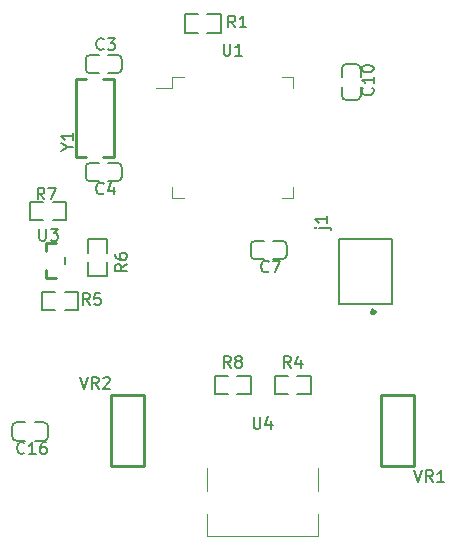
<source format=gbr>
%TF.GenerationSoftware,KiCad,Pcbnew,(5.1.8)-1*%
%TF.CreationDate,2021-05-15T14:33:14+08:00*%
%TF.ProjectId,ccd_with_stm32,6363645f-7769-4746-985f-73746d33322e,rev?*%
%TF.SameCoordinates,Original*%
%TF.FileFunction,Legend,Top*%
%TF.FilePolarity,Positive*%
%FSLAX46Y46*%
G04 Gerber Fmt 4.6, Leading zero omitted, Abs format (unit mm)*
G04 Created by KiCad (PCBNEW (5.1.8)-1) date 2021-05-15 14:33:14*
%MOMM*%
%LPD*%
G01*
G04 APERTURE LIST*
%ADD10C,0.120000*%
%ADD11C,0.254000*%
%ADD12C,0.200000*%
%ADD13C,0.300000*%
%ADD14C,0.150000*%
G04 APERTURE END LIST*
D10*
%TO.C,U1*%
X108300000Y-120045000D02*
X109250000Y-120045000D01*
X109250000Y-120045000D02*
X109250000Y-119095000D01*
X99980000Y-120045000D02*
X99030000Y-120045000D01*
X99030000Y-120045000D02*
X99030000Y-119095000D01*
X108300000Y-109825000D02*
X109250000Y-109825000D01*
X109250000Y-109825000D02*
X109250000Y-110775000D01*
X99980000Y-109825000D02*
X99030000Y-109825000D01*
X99030000Y-109825000D02*
X99030000Y-110775000D01*
X99030000Y-110775000D02*
X97690000Y-110775000D01*
D11*
%TO.C,Y1*%
X94056000Y-116609000D02*
X94056000Y-109959000D01*
X94056000Y-109959000D02*
X93156000Y-109959000D01*
X94056000Y-116609000D02*
X93156000Y-116609000D01*
X91756000Y-109959000D02*
X90856000Y-109959000D01*
X91756000Y-116609000D02*
X90856000Y-116609000D01*
X90856000Y-116609000D02*
X90856000Y-109959000D01*
%TO.C,VR2*%
X93850000Y-136700000D02*
X96650000Y-136700000D01*
X93850000Y-142700000D02*
X93850000Y-136700000D01*
X93850000Y-142700000D02*
X96650000Y-142700000D01*
X96650000Y-142700000D02*
X96650000Y-136700000D01*
%TO.C,VR1*%
X119510000Y-142700000D02*
X116710000Y-142700000D01*
X119510000Y-136700000D02*
X119510000Y-142700000D01*
X119510000Y-136700000D02*
X116710000Y-136700000D01*
X116710000Y-136700000D02*
X116710000Y-142700000D01*
D10*
%TO.C,U4*%
X101980000Y-146780000D02*
X101980000Y-148680000D01*
X101980000Y-142880000D02*
X101980000Y-144880000D01*
X111380000Y-146780000D02*
X111380000Y-148680000D01*
X111380000Y-142880000D02*
X111380000Y-144880000D01*
X101980000Y-148680000D02*
X111380000Y-148680000D01*
D11*
%TO.C,U3*%
X88377000Y-124549000D02*
X88377000Y-123889000D01*
X88377000Y-124549000D02*
X88377000Y-123889000D01*
X88377000Y-124549000D02*
X88377000Y-123889000D01*
X88377000Y-123889000D02*
X89192000Y-123889000D01*
X88377000Y-126809000D02*
X89192000Y-126809000D01*
X88377000Y-126809000D02*
X88377000Y-126149000D01*
D12*
X89927000Y-125649000D02*
X89927000Y-125049000D01*
%TO.C,R8*%
X103740000Y-135100000D02*
X102605000Y-135100000D01*
X105675000Y-135100000D02*
X104540000Y-135100000D01*
X103740000Y-136680000D02*
X102605000Y-136680000D01*
X105675000Y-135100000D02*
X105675000Y-136680000D01*
X102605000Y-135100000D02*
X102605000Y-136680000D01*
X105675000Y-136680000D02*
X104540000Y-136680000D01*
%TO.C,R7*%
X88919000Y-121948000D02*
X90054000Y-121948000D01*
X86984000Y-121948000D02*
X88119000Y-121948000D01*
X88919000Y-120368000D02*
X90054000Y-120368000D01*
X86984000Y-121948000D02*
X86984000Y-120368000D01*
X90054000Y-121948000D02*
X90054000Y-120368000D01*
X86984000Y-120368000D02*
X88119000Y-120368000D01*
%TO.C,R6*%
X93500000Y-124695000D02*
X93500000Y-123560000D01*
X93500000Y-126630000D02*
X93500000Y-125495000D01*
X91920000Y-124695000D02*
X91920000Y-123560000D01*
X93500000Y-126630000D02*
X91920000Y-126630000D01*
X93500000Y-123560000D02*
X91920000Y-123560000D01*
X91920000Y-126630000D02*
X91920000Y-125495000D01*
%TO.C,R5*%
X89935000Y-129568000D02*
X91070000Y-129568000D01*
X88000000Y-129568000D02*
X89135000Y-129568000D01*
X89935000Y-127988000D02*
X91070000Y-127988000D01*
X88000000Y-129568000D02*
X88000000Y-127988000D01*
X91070000Y-129568000D02*
X91070000Y-127988000D01*
X88000000Y-127988000D02*
X89135000Y-127988000D01*
%TO.C,R4*%
X108820000Y-135100000D02*
X107685000Y-135100000D01*
X110755000Y-135100000D02*
X109620000Y-135100000D01*
X108820000Y-136680000D02*
X107685000Y-136680000D01*
X110755000Y-135100000D02*
X110755000Y-136680000D01*
X107685000Y-135100000D02*
X107685000Y-136680000D01*
X110755000Y-136680000D02*
X109620000Y-136680000D01*
%TO.C,R1*%
X102000000Y-106073000D02*
X103135000Y-106073000D01*
X100065000Y-106073000D02*
X101200000Y-106073000D01*
X102000000Y-104493000D02*
X103135000Y-104493000D01*
X100065000Y-106073000D02*
X100065000Y-104493000D01*
X103135000Y-106073000D02*
X103135000Y-104493000D01*
X100065000Y-104493000D02*
X101200000Y-104493000D01*
%TO.C,j1*%
X113177320Y-128920240D02*
X113177320Y-123543060D01*
D13*
X116179740Y-129692400D02*
G75*
G03*
X116179740Y-129692400I-150000J0D01*
G01*
D12*
X117627400Y-128981200D02*
X117627400Y-123604020D01*
X117627400Y-128981200D02*
X113164620Y-128981200D01*
X117640100Y-123543060D02*
X113177320Y-123543060D01*
%TO.C,C16*%
X85860000Y-140617000D02*
G75*
G02*
X85460000Y-140217000I0J400000D01*
G01*
X85460000Y-139437000D02*
G75*
G02*
X85860000Y-139037000I400000J0D01*
G01*
X88130000Y-139037000D02*
G75*
G02*
X88530000Y-139437000I0J-400000D01*
G01*
X88530000Y-140217000D02*
G75*
G02*
X88130000Y-140617000I-400000J0D01*
G01*
X88130000Y-139037000D02*
X87395000Y-139037000D01*
X86595000Y-139037000D02*
X85860000Y-139037000D01*
X86595000Y-140617000D02*
X85860000Y-140617000D01*
X88530000Y-139437000D02*
X88530000Y-140217000D01*
X85460000Y-139437000D02*
X85460000Y-140217000D01*
X88130000Y-140617000D02*
X87395000Y-140617000D01*
%TO.C,C10*%
X114963000Y-111371000D02*
G75*
G02*
X114563000Y-111771000I-400000J0D01*
G01*
X113783000Y-111771000D02*
G75*
G02*
X113383000Y-111371000I0J400000D01*
G01*
X113383000Y-109101000D02*
G75*
G02*
X113783000Y-108701000I400000J0D01*
G01*
X114563000Y-108701000D02*
G75*
G02*
X114963000Y-109101000I0J-400000D01*
G01*
X113383000Y-109101000D02*
X113383000Y-109836000D01*
X113383000Y-110636000D02*
X113383000Y-111371000D01*
X114963000Y-110636000D02*
X114963000Y-111371000D01*
X113783000Y-108701000D02*
X114563000Y-108701000D01*
X113783000Y-111771000D02*
X114563000Y-111771000D01*
X114963000Y-109101000D02*
X114963000Y-109836000D01*
%TO.C,C7*%
X106053000Y-125250000D02*
G75*
G02*
X105653000Y-124850000I0J400000D01*
G01*
X105653000Y-124070000D02*
G75*
G02*
X106053000Y-123670000I400000J0D01*
G01*
X108323000Y-123670000D02*
G75*
G02*
X108723000Y-124070000I0J-400000D01*
G01*
X108723000Y-124850000D02*
G75*
G02*
X108323000Y-125250000I-400000J0D01*
G01*
X108323000Y-123670000D02*
X107588000Y-123670000D01*
X106788000Y-123670000D02*
X106053000Y-123670000D01*
X106788000Y-125250000D02*
X106053000Y-125250000D01*
X108723000Y-124070000D02*
X108723000Y-124850000D01*
X105653000Y-124070000D02*
X105653000Y-124850000D01*
X108323000Y-125250000D02*
X107588000Y-125250000D01*
%TO.C,C4*%
X92083000Y-118646000D02*
G75*
G02*
X91683000Y-118246000I0J400000D01*
G01*
X91683000Y-117466000D02*
G75*
G02*
X92083000Y-117066000I400000J0D01*
G01*
X94353000Y-117066000D02*
G75*
G02*
X94753000Y-117466000I0J-400000D01*
G01*
X94753000Y-118246000D02*
G75*
G02*
X94353000Y-118646000I-400000J0D01*
G01*
X94353000Y-117066000D02*
X93618000Y-117066000D01*
X92818000Y-117066000D02*
X92083000Y-117066000D01*
X92818000Y-118646000D02*
X92083000Y-118646000D01*
X94753000Y-117466000D02*
X94753000Y-118246000D01*
X91683000Y-117466000D02*
X91683000Y-118246000D01*
X94353000Y-118646000D02*
X93618000Y-118646000D01*
%TO.C,C3*%
X92083000Y-109502000D02*
G75*
G02*
X91683000Y-109102000I0J400000D01*
G01*
X91683000Y-108322000D02*
G75*
G02*
X92083000Y-107922000I400000J0D01*
G01*
X94353000Y-107922000D02*
G75*
G02*
X94753000Y-108322000I0J-400000D01*
G01*
X94753000Y-109102000D02*
G75*
G02*
X94353000Y-109502000I-400000J0D01*
G01*
X94353000Y-107922000D02*
X93618000Y-107922000D01*
X92818000Y-107922000D02*
X92083000Y-107922000D01*
X92818000Y-109502000D02*
X92083000Y-109502000D01*
X94753000Y-108322000D02*
X94753000Y-109102000D01*
X91683000Y-108322000D02*
X91683000Y-109102000D01*
X94353000Y-109502000D02*
X93618000Y-109502000D01*
%TO.C,U1*%
D14*
X103378095Y-106987380D02*
X103378095Y-107796904D01*
X103425714Y-107892142D01*
X103473333Y-107939761D01*
X103568571Y-107987380D01*
X103759047Y-107987380D01*
X103854285Y-107939761D01*
X103901904Y-107892142D01*
X103949523Y-107796904D01*
X103949523Y-106987380D01*
X104949523Y-107987380D02*
X104378095Y-107987380D01*
X104663809Y-107987380D02*
X104663809Y-106987380D01*
X104568571Y-107130238D01*
X104473333Y-107225476D01*
X104378095Y-107273095D01*
%TO.C,Y1*%
X90155914Y-115735809D02*
X90632104Y-115735809D01*
X89632104Y-116069142D02*
X90155914Y-115735809D01*
X89632104Y-115402476D01*
X90632104Y-114545333D02*
X90632104Y-115116761D01*
X90632104Y-114831047D02*
X89632104Y-114831047D01*
X89774962Y-114926285D01*
X89870200Y-115021523D01*
X89917819Y-115116761D01*
%TO.C,VR2*%
X91215257Y-135203104D02*
X91548590Y-136203104D01*
X91881923Y-135203104D01*
X92786685Y-136203104D02*
X92453352Y-135726914D01*
X92215257Y-136203104D02*
X92215257Y-135203104D01*
X92596209Y-135203104D01*
X92691447Y-135250724D01*
X92739066Y-135298343D01*
X92786685Y-135393581D01*
X92786685Y-135536438D01*
X92739066Y-135631676D01*
X92691447Y-135679295D01*
X92596209Y-135726914D01*
X92215257Y-135726914D01*
X93167638Y-135298343D02*
X93215257Y-135250724D01*
X93310495Y-135203104D01*
X93548590Y-135203104D01*
X93643828Y-135250724D01*
X93691447Y-135298343D01*
X93739066Y-135393581D01*
X93739066Y-135488819D01*
X93691447Y-135631676D01*
X93120019Y-136203104D01*
X93739066Y-136203104D01*
%TO.C,VR1*%
X119525695Y-143101656D02*
X119859028Y-144101656D01*
X120192361Y-143101656D01*
X121097123Y-144101656D02*
X120763790Y-143625466D01*
X120525695Y-144101656D02*
X120525695Y-143101656D01*
X120906647Y-143101656D01*
X121001885Y-143149276D01*
X121049504Y-143196895D01*
X121097123Y-143292133D01*
X121097123Y-143434990D01*
X121049504Y-143530228D01*
X121001885Y-143577847D01*
X120906647Y-143625466D01*
X120525695Y-143625466D01*
X122049504Y-144101656D02*
X121478076Y-144101656D01*
X121763790Y-144101656D02*
X121763790Y-143101656D01*
X121668552Y-143244514D01*
X121573314Y-143339752D01*
X121478076Y-143387371D01*
%TO.C,U4*%
X105918095Y-138587380D02*
X105918095Y-139396904D01*
X105965714Y-139492142D01*
X106013333Y-139539761D01*
X106108571Y-139587380D01*
X106299047Y-139587380D01*
X106394285Y-139539761D01*
X106441904Y-139492142D01*
X106489523Y-139396904D01*
X106489523Y-138587380D01*
X107394285Y-138920714D02*
X107394285Y-139587380D01*
X107156190Y-138539761D02*
X106918095Y-139254047D01*
X107537142Y-139254047D01*
%TO.C,U3*%
X87764876Y-122665104D02*
X87764876Y-123474628D01*
X87812495Y-123569866D01*
X87860114Y-123617485D01*
X87955352Y-123665104D01*
X88145828Y-123665104D01*
X88241066Y-123617485D01*
X88288685Y-123569866D01*
X88336304Y-123474628D01*
X88336304Y-122665104D01*
X88717257Y-122665104D02*
X89336304Y-122665104D01*
X89002971Y-123046057D01*
X89145828Y-123046057D01*
X89241066Y-123093676D01*
X89288685Y-123141295D01*
X89336304Y-123236533D01*
X89336304Y-123474628D01*
X89288685Y-123569866D01*
X89241066Y-123617485D01*
X89145828Y-123665104D01*
X88860114Y-123665104D01*
X88764876Y-123617485D01*
X88717257Y-123569866D01*
%TO.C,R8*%
X103973333Y-134437380D02*
X103640000Y-133961190D01*
X103401904Y-134437380D02*
X103401904Y-133437380D01*
X103782857Y-133437380D01*
X103878095Y-133485000D01*
X103925714Y-133532619D01*
X103973333Y-133627857D01*
X103973333Y-133770714D01*
X103925714Y-133865952D01*
X103878095Y-133913571D01*
X103782857Y-133961190D01*
X103401904Y-133961190D01*
X104544761Y-133865952D02*
X104449523Y-133818333D01*
X104401904Y-133770714D01*
X104354285Y-133675476D01*
X104354285Y-133627857D01*
X104401904Y-133532619D01*
X104449523Y-133485000D01*
X104544761Y-133437380D01*
X104735238Y-133437380D01*
X104830476Y-133485000D01*
X104878095Y-133532619D01*
X104925714Y-133627857D01*
X104925714Y-133675476D01*
X104878095Y-133770714D01*
X104830476Y-133818333D01*
X104735238Y-133865952D01*
X104544761Y-133865952D01*
X104449523Y-133913571D01*
X104401904Y-133961190D01*
X104354285Y-134056428D01*
X104354285Y-134246904D01*
X104401904Y-134342142D01*
X104449523Y-134389761D01*
X104544761Y-134437380D01*
X104735238Y-134437380D01*
X104830476Y-134389761D01*
X104878095Y-134342142D01*
X104925714Y-134246904D01*
X104925714Y-134056428D01*
X104878095Y-133961190D01*
X104830476Y-133913571D01*
X104735238Y-133865952D01*
%TO.C,R7*%
X88193714Y-120171104D02*
X87860381Y-119694914D01*
X87622285Y-120171104D02*
X87622285Y-119171104D01*
X88003238Y-119171104D01*
X88098476Y-119218724D01*
X88146095Y-119266343D01*
X88193714Y-119361581D01*
X88193714Y-119504438D01*
X88146095Y-119599676D01*
X88098476Y-119647295D01*
X88003238Y-119694914D01*
X87622285Y-119694914D01*
X88527047Y-119171104D02*
X89193714Y-119171104D01*
X88765142Y-120171104D01*
%TO.C,R6*%
X95194380Y-125642666D02*
X94718190Y-125976000D01*
X95194380Y-126214095D02*
X94194380Y-126214095D01*
X94194380Y-125833142D01*
X94242000Y-125737904D01*
X94289619Y-125690285D01*
X94384857Y-125642666D01*
X94527714Y-125642666D01*
X94622952Y-125690285D01*
X94670571Y-125737904D01*
X94718190Y-125833142D01*
X94718190Y-126214095D01*
X94194380Y-124785523D02*
X94194380Y-124976000D01*
X94242000Y-125071238D01*
X94289619Y-125118857D01*
X94432476Y-125214095D01*
X94622952Y-125261714D01*
X95003904Y-125261714D01*
X95099142Y-125214095D01*
X95146761Y-125166476D01*
X95194380Y-125071238D01*
X95194380Y-124880761D01*
X95146761Y-124785523D01*
X95099142Y-124737904D01*
X95003904Y-124690285D01*
X94765809Y-124690285D01*
X94670571Y-124737904D01*
X94622952Y-124785523D01*
X94575333Y-124880761D01*
X94575333Y-125071238D01*
X94622952Y-125166476D01*
X94670571Y-125214095D01*
X94765809Y-125261714D01*
%TO.C,R5*%
X92035333Y-129103380D02*
X91702000Y-128627190D01*
X91463904Y-129103380D02*
X91463904Y-128103380D01*
X91844857Y-128103380D01*
X91940095Y-128151000D01*
X91987714Y-128198619D01*
X92035333Y-128293857D01*
X92035333Y-128436714D01*
X91987714Y-128531952D01*
X91940095Y-128579571D01*
X91844857Y-128627190D01*
X91463904Y-128627190D01*
X92940095Y-128103380D02*
X92463904Y-128103380D01*
X92416285Y-128579571D01*
X92463904Y-128531952D01*
X92559142Y-128484333D01*
X92797238Y-128484333D01*
X92892476Y-128531952D01*
X92940095Y-128579571D01*
X92987714Y-128674809D01*
X92987714Y-128912904D01*
X92940095Y-129008142D01*
X92892476Y-129055761D01*
X92797238Y-129103380D01*
X92559142Y-129103380D01*
X92463904Y-129055761D01*
X92416285Y-129008142D01*
%TO.C,R4*%
X109053333Y-134437380D02*
X108720000Y-133961190D01*
X108481904Y-134437380D02*
X108481904Y-133437380D01*
X108862857Y-133437380D01*
X108958095Y-133485000D01*
X109005714Y-133532619D01*
X109053333Y-133627857D01*
X109053333Y-133770714D01*
X109005714Y-133865952D01*
X108958095Y-133913571D01*
X108862857Y-133961190D01*
X108481904Y-133961190D01*
X109910476Y-133770714D02*
X109910476Y-134437380D01*
X109672380Y-133389761D02*
X109434285Y-134104047D01*
X110053333Y-134104047D01*
%TO.C,R1*%
X104354333Y-105608380D02*
X104021000Y-105132190D01*
X103782904Y-105608380D02*
X103782904Y-104608380D01*
X104163857Y-104608380D01*
X104259095Y-104656000D01*
X104306714Y-104703619D01*
X104354333Y-104798857D01*
X104354333Y-104941714D01*
X104306714Y-105036952D01*
X104259095Y-105084571D01*
X104163857Y-105132190D01*
X103782904Y-105132190D01*
X105306714Y-105608380D02*
X104735285Y-105608380D01*
X105021000Y-105608380D02*
X105021000Y-104608380D01*
X104925761Y-104751238D01*
X104830523Y-104846476D01*
X104735285Y-104894095D01*
%TO.C,j1*%
X111474594Y-122576530D02*
X112331737Y-122576530D01*
X112426975Y-122624149D01*
X112474594Y-122719387D01*
X112474594Y-122767006D01*
X111141260Y-122576530D02*
X111188880Y-122624149D01*
X111236499Y-122576530D01*
X111188880Y-122528911D01*
X111141260Y-122576530D01*
X111236499Y-122576530D01*
X112141260Y-121576530D02*
X112141260Y-122147959D01*
X112141260Y-121862244D02*
X111141260Y-121862244D01*
X111284118Y-121957482D01*
X111379356Y-122052720D01*
X111426975Y-122147959D01*
%TO.C,C16*%
X86510761Y-141623418D02*
X86463142Y-141671037D01*
X86320285Y-141718656D01*
X86225047Y-141718656D01*
X86082190Y-141671037D01*
X85986952Y-141575799D01*
X85939333Y-141480561D01*
X85891714Y-141290085D01*
X85891714Y-141147228D01*
X85939333Y-140956752D01*
X85986952Y-140861514D01*
X86082190Y-140766276D01*
X86225047Y-140718656D01*
X86320285Y-140718656D01*
X86463142Y-140766276D01*
X86510761Y-140813895D01*
X87463142Y-141718656D02*
X86891714Y-141718656D01*
X87177428Y-141718656D02*
X87177428Y-140718656D01*
X87082190Y-140861514D01*
X86986952Y-140956752D01*
X86891714Y-141004371D01*
X88320285Y-140718656D02*
X88129809Y-140718656D01*
X88034571Y-140766276D01*
X87986952Y-140813895D01*
X87891714Y-140956752D01*
X87844095Y-141147228D01*
X87844095Y-141528180D01*
X87891714Y-141623418D01*
X87939333Y-141671037D01*
X88034571Y-141718656D01*
X88225047Y-141718656D01*
X88320285Y-141671037D01*
X88367904Y-141623418D01*
X88415523Y-141528180D01*
X88415523Y-141290085D01*
X88367904Y-141194847D01*
X88320285Y-141147228D01*
X88225047Y-141099609D01*
X88034571Y-141099609D01*
X87939333Y-141147228D01*
X87891714Y-141194847D01*
X87844095Y-141290085D01*
%TO.C,C10*%
X115969418Y-110720238D02*
X116017037Y-110767857D01*
X116064656Y-110910714D01*
X116064656Y-111005952D01*
X116017037Y-111148809D01*
X115921799Y-111244047D01*
X115826561Y-111291666D01*
X115636085Y-111339285D01*
X115493228Y-111339285D01*
X115302752Y-111291666D01*
X115207514Y-111244047D01*
X115112276Y-111148809D01*
X115064656Y-111005952D01*
X115064656Y-110910714D01*
X115112276Y-110767857D01*
X115159895Y-110720238D01*
X116064656Y-109767857D02*
X116064656Y-110339285D01*
X116064656Y-110053571D02*
X115064656Y-110053571D01*
X115207514Y-110148809D01*
X115302752Y-110244047D01*
X115350371Y-110339285D01*
X115064656Y-109148809D02*
X115064656Y-109053571D01*
X115112276Y-108958333D01*
X115159895Y-108910714D01*
X115255133Y-108863095D01*
X115445609Y-108815476D01*
X115683704Y-108815476D01*
X115874180Y-108863095D01*
X115969418Y-108910714D01*
X116017037Y-108958333D01*
X116064656Y-109053571D01*
X116064656Y-109148809D01*
X116017037Y-109244047D01*
X115969418Y-109291666D01*
X115874180Y-109339285D01*
X115683704Y-109386904D01*
X115445609Y-109386904D01*
X115255133Y-109339285D01*
X115159895Y-109291666D01*
X115112276Y-109244047D01*
X115064656Y-109148809D01*
%TO.C,C7*%
X107179952Y-126256418D02*
X107132333Y-126304037D01*
X106989476Y-126351656D01*
X106894238Y-126351656D01*
X106751380Y-126304037D01*
X106656142Y-126208799D01*
X106608523Y-126113561D01*
X106560904Y-125923085D01*
X106560904Y-125780228D01*
X106608523Y-125589752D01*
X106656142Y-125494514D01*
X106751380Y-125399276D01*
X106894238Y-125351656D01*
X106989476Y-125351656D01*
X107132333Y-125399276D01*
X107179952Y-125446895D01*
X107513285Y-125351656D02*
X108179952Y-125351656D01*
X107751380Y-126351656D01*
%TO.C,C4*%
X93209952Y-119652418D02*
X93162333Y-119700037D01*
X93019476Y-119747656D01*
X92924238Y-119747656D01*
X92781380Y-119700037D01*
X92686142Y-119604799D01*
X92638523Y-119509561D01*
X92590904Y-119319085D01*
X92590904Y-119176228D01*
X92638523Y-118985752D01*
X92686142Y-118890514D01*
X92781380Y-118795276D01*
X92924238Y-118747656D01*
X93019476Y-118747656D01*
X93162333Y-118795276D01*
X93209952Y-118842895D01*
X94067095Y-119080990D02*
X94067095Y-119747656D01*
X93828999Y-118700037D02*
X93590904Y-119414323D01*
X94209952Y-119414323D01*
%TO.C,C3*%
X93209952Y-107418142D02*
X93162333Y-107465761D01*
X93019476Y-107513380D01*
X92924238Y-107513380D01*
X92781380Y-107465761D01*
X92686142Y-107370523D01*
X92638523Y-107275285D01*
X92590904Y-107084809D01*
X92590904Y-106941952D01*
X92638523Y-106751476D01*
X92686142Y-106656238D01*
X92781380Y-106561000D01*
X92924238Y-106513380D01*
X93019476Y-106513380D01*
X93162333Y-106561000D01*
X93209952Y-106608619D01*
X93543285Y-106513380D02*
X94162333Y-106513380D01*
X93828999Y-106894333D01*
X93971857Y-106894333D01*
X94067095Y-106941952D01*
X94114714Y-106989571D01*
X94162333Y-107084809D01*
X94162333Y-107322904D01*
X94114714Y-107418142D01*
X94067095Y-107465761D01*
X93971857Y-107513380D01*
X93686142Y-107513380D01*
X93590904Y-107465761D01*
X93543285Y-107418142D01*
%TD*%
M02*

</source>
